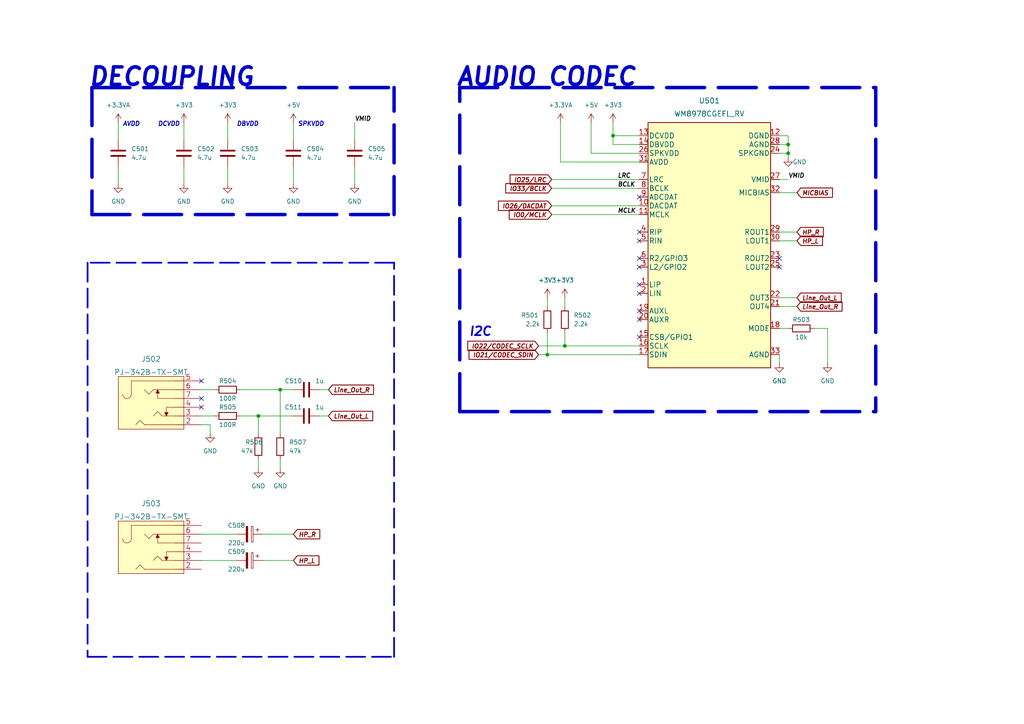
<source format=kicad_sch>
(kicad_sch (version 20211123) (generator eeschema)
  (paper "A4")
  (lib_symbols
    (symbol "MY AUDIO CODEC LIBRARY:WM8978CGEFL_RV" (pin_names (offset 0.254))
      (property "Reference" "U5" (at -15.24 39.37 0))
      (property "Value" "WM8978CGEFL_RV" (at -6.35 36.83 0))
      (symbol "WM8978CGEFL_RV_1_1"
        (rectangle (start -16.51 35.56) (end 19.05 -35.56) (stroke (width 0.254)) (fill (type background)))
        (pin unspecified line (at -19.05 -11.43 0) (length 2.54) (name "LIP") (number "1"))
        (pin input line (at -19.05 11.43 0) (length 2.54) (name "DACDAT") (number "10"))
        (pin input line (at -19.05 8.89 0) (length 2.54) (name "MCLK") (number "11"))
        (pin power_in line (at 21.59 31.75 180) (length 2.54) (name "DGND") (number "12"))
        (pin power_in line (at -19.05 31.75 0) (length 2.54) (name "DCVDD") (number "13"))
        (pin power_in line (at -19.05 29.21 0) (length 2.54) (name "DBVDD") (number "14"))
        (pin bidirectional line (at -19.05 -26.67 0) (length 2.54) (name "CSB/GPIO1") (number "15"))
        (pin input line (at -19.05 -29.21 0) (length 2.54) (name "SCLK") (number "16"))
        (pin bidirectional line (at -19.05 -31.75 0) (length 2.54) (name "SDIN") (number "17"))
        (pin input line (at 21.59 -24.13 180) (length 2.54) (name "MODE") (number "18"))
        (pin unspecified line (at -19.05 -19.05 0) (length 2.54) (name "AUXL") (number "19"))
        (pin unspecified line (at -19.05 -13.97 0) (length 2.54) (name "LIN") (number "2"))
        (pin unspecified line (at -19.05 -21.59 0) (length 2.54) (name "AUXR") (number "20"))
        (pin unspecified line (at 21.59 -17.78 180) (length 2.54) (name "OUT4") (number "21"))
        (pin unspecified line (at 21.59 -15.24 180) (length 2.54) (name "OUT3") (number "22"))
        (pin unspecified line (at 21.59 -3.81 180) (length 2.54) (name "ROUT2") (number "23"))
        (pin power_in line (at 21.59 26.67 180) (length 2.54) (name "SPKGND") (number "24"))
        (pin unspecified line (at 21.59 -6.35 180) (length 2.54) (name "LOUT2") (number "25"))
        (pin power_in line (at -19.05 26.67 0) (length 2.54) (name "SPKVDD") (number "26"))
        (pin unspecified line (at 21.59 19.05 180) (length 2.54) (name "VMID") (number "27"))
        (pin power_in line (at 21.59 29.21 180) (length 2.54) (name "AGND") (number "28"))
        (pin unspecified line (at 21.59 3.81 180) (length 2.54) (name "ROUT1") (number "29"))
        (pin unspecified line (at -19.05 -6.35 0) (length 2.54) (name "L2/GPIO2") (number "3"))
        (pin unspecified line (at 21.59 1.27 180) (length 2.54) (name "LOUT1") (number "30"))
        (pin power_in line (at -19.05 24.13 0) (length 2.54) (name "AVDD") (number "31"))
        (pin unspecified line (at 21.59 15.24 180) (length 2.54) (name "MICBIAS") (number "32"))
        (pin power_in line (at 21.59 -31.75 180) (length 2.54) (name "AGND") (number "33"))
        (pin unspecified line (at -19.05 3.81 0) (length 2.54) (name "RIP") (number "4"))
        (pin unspecified line (at -19.05 1.27 0) (length 2.54) (name "RIN") (number "5"))
        (pin unspecified line (at -19.05 -3.81 0) (length 2.54) (name "R2/GPIO3") (number "6"))
        (pin bidirectional line (at -19.05 19.05 0) (length 2.54) (name "LRC") (number "7"))
        (pin bidirectional line (at -19.05 16.51 0) (length 2.54) (name "BCLK") (number "8"))
        (pin output line (at -19.05 13.97 0) (length 2.54) (name "ADCDAT") (number "9"))
      )
    )
    (symbol "MY CAPACITOR LIBRARY:CL10A105KB8NNNC" (pin_numbers hide) (pin_names (offset 0.254))
      (property "Reference" "C5" (at 3.81 1.2701 0))
      (property "Value" "CL10A105KB8NNNC" (at 3.81 -1.2699 0))
      (symbol "CL10A105KB8NNNC_0_1"
        (polyline (pts (xy -2.032 -0.762) (xy 2.032 -0.762)) (stroke (width 0.508)))
        (polyline (pts (xy -2.032 0.762) (xy 2.032 0.762)) (stroke (width 0.508)))
      )
      (symbol "CL10A105KB8NNNC_1_1"
        (pin passive line (at 0 3.81 270) (length 2.794) (name "~") (number "1"))
        (pin passive line (at 0 -3.81 90) (length 2.794) (name "~") (number "2"))
      )
    )
    (symbol "MY CAPACITOR LIBRARY:CL10A475KO8NNNC" (pin_numbers hide) (pin_names (offset 0.254))
      (property "Reference" "C17" (at 3.81 1.2701 0))
      (property "Value" "CL10A475KO8NNNC" (at 3.81 -1.2699 0))
      (symbol "CL10A475KO8NNNC_0_1"
        (polyline (pts (xy -2.032 -0.762) (xy 2.032 -0.762)) (stroke (width 0.508)))
        (polyline (pts (xy -2.032 0.762) (xy 2.032 0.762)) (stroke (width 0.508)))
      )
      (symbol "CL10A475KO8NNNC_1_1"
        (pin passive line (at 0 3.81 270) (length 2.794) (name "~") (number "1"))
        (pin passive line (at 0 -3.81 90) (length 2.794) (name "~") (number "2"))
      )
    )
    (symbol "MY CAPACITOR LIBRARY:RVT1A221M0605" (pin_numbers hide) (pin_names (offset 0.254))
      (property "Reference" "C" (at 0.635 2.54 0))
      (property "Value" "RVT1A221M0605" (at 0.635 -2.54 0))
      (symbol "RVT1A221M0605_0_1"
        (rectangle (start -2.286 0.508) (end 2.286 1.016))
        (polyline (pts (xy -1.778 2.286) (xy -0.762 2.286)))
        (polyline (pts (xy -1.27 2.794) (xy -1.27 1.778)))
        (rectangle (start 2.286 -0.508) (end -2.286 -1.016) (fill (type outline)))
      )
      (symbol "RVT1A221M0605_1_1"
        (pin passive line (at 0 3.81 270) (length 2.794) (name "~") (number "1"))
        (pin passive line (at 0 -3.81 90) (length 2.794) (name "~") (number "2"))
      )
    )
    (symbol "MY RESISTOR LIBRARY:0603WAF1002T5E" (pin_numbers hide) (pin_names (offset 0))
      (property "Reference" "R" (at 2.032 0 90))
      (property "Value" "0603WAF1002T5E" (at 0 0 90))
      (symbol "0603WAF1002T5E_0_1"
        (rectangle (start -1.016 -2.54) (end 1.016 2.54) (stroke (width 0.254)))
      )
      (symbol "0603WAF1002T5E_1_1"
        (pin passive line (at 0 3.81 270) (length 1.27) (name "~") (number "1"))
        (pin passive line (at 0 -3.81 90) (length 1.27) (name "~") (number "2"))
      )
    )
    (symbol "MY RESISTOR LIBRARY:0603WAF2201T5E" (pin_numbers hide) (pin_names (offset 0))
      (property "Reference" "R" (at 2.032 0 90))
      (property "Value" "0603WAF2201T5E" (at 0 0 90))
      (symbol "0603WAF2201T5E_0_1"
        (rectangle (start -1.016 -2.54) (end 1.016 2.54) (stroke (width 0.254)))
      )
      (symbol "0603WAF2201T5E_1_1"
        (pin passive line (at 0 3.81 270) (length 1.27) (name "~") (number "1"))
        (pin passive line (at 0 -3.81 90) (length 1.27) (name "~") (number "2"))
      )
    )
    (symbol "MY RESISTOR LIBRARY:0603WAF4702T5E" (pin_numbers hide) (pin_names (offset 0))
      (property "Reference" "R" (at 2.032 0 90))
      (property "Value" "0603WAF4702T5E" (at 0 0 90))
      (symbol "0603WAF4702T5E_0_1"
        (rectangle (start -1.016 -2.54) (end 1.016 2.54) (stroke (width 0.254)))
      )
      (symbol "0603WAF4702T5E_1_1"
        (pin passive line (at 0 3.81 270) (length 1.27) (name "~") (number "1"))
        (pin passive line (at 0 -3.81 90) (length 1.27) (name "~") (number "2"))
      )
    )
    (symbol "MY RESISTOR LIBRARY:0805W8F1000T5E" (pin_numbers hide) (pin_names (offset 0))
      (property "Reference" "R" (at 2.032 0 90))
      (property "Value" "0805W8F1000T5E" (at 0 0 90))
      (symbol "0805W8F1000T5E_0_1"
        (rectangle (start -1.016 -2.54) (end 1.016 2.54) (stroke (width 0.254)))
      )
      (symbol "0805W8F1000T5E_1_1"
        (pin passive line (at 0 3.81 270) (length 1.27) (name "~") (number "1"))
        (pin passive line (at 0 -3.81 90) (length 1.27) (name "~") (number "2"))
      )
    )
    (symbol "PJ-342B-TX-SMT_1" (pin_names (offset -0.254) hide)
      (property "Reference" "J" (at -9.525 13.97 0))
      (property "Value" "PJ-342B-TX-SMT_1" (at -9.525 11.43 0))
      (symbol "PJ-342B-TX-SMT_1_0_1"
        (rectangle (start 8.89 -7.62) (end -10.16 7.62) (fill (type background)))
      )
      (symbol "PJ-342B-TX-SMT_1_1_1"
        (arc (start -8.89 2.54) (mid -7.62 1.27) (end -6.35 2.54) (stroke (width 0.127)))
        (polyline (pts (xy -6.35 6.35) (xy -6.35 2.54)) (stroke (width 0.127)))
        (polyline (pts (xy -3.81 -5.08) (xy -5.08 -6.35)) (stroke (width 0.127)))
        (polyline (pts (xy -2.54 -6.35) (xy -3.81 -5.08)) (stroke (width 0.127)))
        (polyline (pts (xy -1.27 2.54) (xy -2.54 3.81)) (stroke (width 0.127)))
        (polyline (pts (xy 0 3.81) (xy -1.27 2.54)) (stroke (width 0.127)))
        (polyline (pts (xy 1.27 -2.54) (xy 0 -3.81)) (stroke (width 0.127)))
        (polyline (pts (xy 1.27 1.27) (xy 6.35 1.27)) (stroke (width 0.127)))
        (polyline (pts (xy 1.27 2.794) (xy 1.27 1.27)) (stroke (width 0.127)))
        (polyline (pts (xy 2.54 -3.81) (xy 1.27 -2.54)) (stroke (width 0.127)))
        (polyline (pts (xy 3.81 -2.794) (xy 3.81 -1.27)) (stroke (width 0.127)))
        (polyline (pts (xy 3.81 -1.27) (xy 6.35 -1.27)) (stroke (width 0.127)))
        (polyline (pts (xy 6.35 -6.35) (xy -2.54 -6.35)) (stroke (width 0.127)))
        (polyline (pts (xy 6.35 -3.81) (xy 2.54 -3.81)) (stroke (width 0.127)))
        (polyline (pts (xy 6.35 3.81) (xy 0 3.81)) (stroke (width 0.127)))
        (polyline (pts (xy 6.35 6.35) (xy -6.35 6.35)) (stroke (width 0.127)))
        (polyline (pts (xy 1.27 3.81) (xy 0.762 2.794) (xy 1.778 2.794) (xy 1.27 3.81)) (fill (type outline)))
        (polyline (pts (xy 3.81 -3.81) (xy 4.318 -2.794) (xy 3.302 -2.794) (xy 3.81 -3.81)) (fill (type outline)))
        (pin passive line (at 13.97 -6.35 180) (length 7.62) (name "2") (number "2"))
        (pin passive line (at 13.97 -3.81 180) (length 7.62) (name "3") (number "3"))
        (pin passive line (at 13.97 -1.27 180) (length 7.62) (name "4") (number "4"))
        (pin passive line (at 13.97 6.35 180) (length 7.62) (name "5") (number "5"))
        (pin passive line (at 13.97 3.81 180) (length 7.62) (name "6") (number "6"))
        (pin passive line (at 13.97 1.27 180) (length 7.62) (name "7") (number "7"))
      )
    )
    (symbol "power:+3.3VA" (power) (pin_names (offset 0))
      (property "Value" "+3.3VA" (at 0 3.556 0))
      (symbol "+3.3VA_0_1"
        (polyline (pts (xy -0.762 1.27) (xy 0 2.54)))
        (polyline (pts (xy 0 0) (xy 0 2.54)))
        (polyline (pts (xy 0 2.54) (xy 0.762 1.27)))
      )
      (symbol "+3.3VA_1_1"
        (pin power_in line (at 0 0 90) (length 0) hide (name "+3.3VA") (number "1"))
      )
    )
    (symbol "power:+3V3" (power) (pin_names (offset 0))
      (property "Value" "+3V3" (at 0 3.556 0))
      (symbol "+3V3_0_1"
        (polyline (pts (xy -0.762 1.27) (xy 0 2.54)))
        (polyline (pts (xy 0 0) (xy 0 2.54)))
        (polyline (pts (xy 0 2.54) (xy 0.762 1.27)))
      )
      (symbol "+3V3_1_1"
        (pin power_in line (at 0 0 90) (length 0) hide (name "+3V3") (number "1"))
      )
    )
    (symbol "power:+5V" (power) (pin_names (offset 0))
      (property "Value" "+5V" (at 0 3.556 0))
      (symbol "+5V_0_1"
        (polyline (pts (xy -0.762 1.27) (xy 0 2.54)))
        (polyline (pts (xy 0 0) (xy 0 2.54)))
        (polyline (pts (xy 0 2.54) (xy 0.762 1.27)))
      )
      (symbol "+5V_1_1"
        (pin power_in line (at 0 0 90) (length 0) hide (name "+5V") (number "1"))
      )
    )
    (symbol "power:GND" (power) (pin_names (offset 0))
      (property "Value" "GND" (at 0 -3.81 0))
      (symbol "GND_0_1"
        (polyline (pts (xy 0 0) (xy 0 -1.27) (xy 1.27 -1.27) (xy 0 -2.54) (xy -1.27 -1.27) (xy 0 -1.27)))
      )
      (symbol "GND_1_1"
        (pin power_in line (at 0 0 270) (length 0) hide (name "GND") (number "1"))
      )
    )
  )
  (junction (at 228.6 41.91))
  (junction (at 74.93 120.65))
  (junction (at 158.75 102.87))
  (junction (at 81.28 113.03))
  (junction (at 163.83 100.33))
  (junction (at 228.6 44.45))
  (junction (at 177.8 39.37))
  (no_connect (at 185.42 57.15))
  (no_connect (at 58.42 118.11))
  (no_connect (at 58.42 115.57))
  (no_connect (at 185.42 90.17))
  (no_connect (at 185.42 92.71))
  (no_connect (at 185.42 97.79))
  (no_connect (at 58.42 110.49))
  (no_connect (at 185.42 74.93))
  (no_connect (at 185.42 77.47))
  (no_connect (at 226.06 74.93))
  (no_connect (at 226.06 77.47))
  (no_connect (at 185.42 69.85))
  (no_connect (at 185.42 67.31))
  (no_connect (at 185.42 82.55))
  (no_connect (at 185.42 85.09))
  (polyline (pts (xy 254 25.4) (xy 254 119.38)) (stroke (width 1)))
  (wire (pts (xy 171.45 35.56) (xy 171.45 44.45)))
  (polyline (pts (xy 26.67 25.4) (xy 26.67 62.23)) (stroke (width 1)))
  (wire (pts (xy 177.8 39.37) (xy 177.8 41.91)))
  (wire (pts (xy 66.04 48.26) (xy 66.04 53.34)))
  (wire (pts (xy 226.06 44.45) (xy 228.6 44.45)))
  (wire (pts (xy 58.42 113.03) (xy 62.23 113.03)))
  (wire (pts (xy 74.93 120.65) (xy 74.93 125.73)))
  (wire (pts (xy 160.02 54.61) (xy 185.42 54.61)))
  (wire (pts (xy 228.6 44.45) (xy 228.6 45.72)))
  (wire (pts (xy 226.06 102.87) (xy 226.06 105.41)))
  (wire (pts (xy 177.8 39.37) (xy 185.42 39.37)))
  (polyline (pts (xy 114.3 190.5) (xy 114.3 76.2)) (stroke (width 0.5)))
  (wire (pts (xy 240.03 95.25) (xy 240.03 105.41)))
  (wire (pts (xy 226.06 88.9) (xy 231.14 88.9)))
  (polyline (pts (xy 114.3 76.2) (xy 25.4 76.2)) (stroke (width 0.5)))
  (polyline (pts (xy 26.67 25.4) (xy 114.3 25.4)) (stroke (width 1)))
  (wire (pts (xy 226.06 55.88) (xy 231.14 55.88)))
  (wire (pts (xy 53.34 48.26) (xy 53.34 53.34)))
  (polyline (pts (xy 133.35 119.38) (xy 133.35 25.4)) (stroke (width 1)))
  (wire (pts (xy 158.75 102.87) (xy 185.42 102.87)))
  (wire (pts (xy 160.02 52.07) (xy 185.42 52.07)))
  (polyline (pts (xy 133.35 25.4) (xy 254 25.4)) (stroke (width 1)))
  (wire (pts (xy 53.34 35.56) (xy 53.34 40.64)))
  (wire (pts (xy 58.42 120.65) (xy 62.23 120.65)))
  (wire (pts (xy 85.09 120.65) (xy 74.93 120.65)))
  (wire (pts (xy 34.29 48.26) (xy 34.29 53.34)))
  (wire (pts (xy 177.8 41.91) (xy 185.42 41.91)))
  (wire (pts (xy 76.2 162.56) (xy 85.09 162.56)))
  (wire (pts (xy 102.87 35.56) (xy 102.87 40.64)))
  (wire (pts (xy 66.04 35.56) (xy 66.04 40.64)))
  (polyline (pts (xy 25.4 190.5) (xy 114.3 190.5)) (stroke (width 0.5)))
  (wire (pts (xy 185.42 44.45) (xy 171.45 44.45)))
  (wire (pts (xy 163.83 86.36) (xy 163.83 88.9)))
  (wire (pts (xy 226.06 86.36) (xy 231.14 86.36)))
  (wire (pts (xy 85.09 48.26) (xy 85.09 53.34)))
  (wire (pts (xy 162.56 35.56) (xy 162.56 46.99)))
  (wire (pts (xy 226.06 41.91) (xy 228.6 41.91)))
  (wire (pts (xy 81.28 133.35) (xy 81.28 135.89)))
  (wire (pts (xy 81.28 125.73) (xy 81.28 113.03)))
  (wire (pts (xy 69.85 113.03) (xy 81.28 113.03)))
  (wire (pts (xy 85.09 35.56) (xy 85.09 40.64)))
  (wire (pts (xy 58.42 162.56) (xy 68.58 162.56)))
  (wire (pts (xy 228.6 41.91) (xy 228.6 44.45)))
  (wire (pts (xy 92.71 113.03) (xy 95.25 113.03)))
  (polyline (pts (xy 133.35 119.38) (xy 254 119.38)) (stroke (width 1)))
  (wire (pts (xy 158.75 86.36) (xy 158.75 88.9)))
  (wire (pts (xy 156.21 102.87) (xy 158.75 102.87)))
  (wire (pts (xy 163.83 100.33) (xy 185.42 100.33)))
  (wire (pts (xy 60.96 125.73) (xy 60.96 123.19)))
  (wire (pts (xy 60.96 123.19) (xy 58.42 123.19)))
  (wire (pts (xy 58.42 154.94) (xy 68.58 154.94)))
  (wire (pts (xy 81.28 113.03) (xy 85.09 113.03)))
  (polyline (pts (xy 25.4 76.2) (xy 25.4 190.5)) (stroke (width 0.5)))
  (wire (pts (xy 102.87 48.26) (xy 102.87 53.34)))
  (wire (pts (xy 226.06 69.85) (xy 231.14 69.85)))
  (polyline (pts (xy 26.67 62.23) (xy 114.3 62.23)) (stroke (width 1)))
  (wire (pts (xy 236.22 95.25) (xy 240.03 95.25)))
  (wire (pts (xy 160.02 62.23) (xy 185.42 62.23)))
  (wire (pts (xy 76.2 154.94) (xy 85.09 154.94)))
  (wire (pts (xy 158.75 102.87) (xy 158.75 96.52)))
  (wire (pts (xy 177.8 35.56) (xy 177.8 39.37)))
  (wire (pts (xy 162.56 46.99) (xy 185.42 46.99)))
  (wire (pts (xy 226.06 52.07) (xy 228.6 52.07)))
  (polyline (pts (xy 114.3 62.23) (xy 114.3 25.4)) (stroke (width 1)))
  (wire (pts (xy 74.93 133.35) (xy 74.93 135.89)))
  (wire (pts (xy 160.02 59.69) (xy 185.42 59.69)))
  (wire (pts (xy 156.21 100.33) (xy 163.83 100.33)))
  (wire (pts (xy 92.71 120.65) (xy 95.25 120.65)))
  (wire (pts (xy 69.85 120.65) (xy 74.93 120.65)))
  (wire (pts (xy 228.6 39.37) (xy 228.6 41.91)))
  (wire (pts (xy 226.06 67.31) (xy 231.14 67.31)))
  (wire (pts (xy 226.06 95.25) (xy 228.6 95.25)))
  (wire (pts (xy 226.06 39.37) (xy 228.6 39.37)))
  (wire (pts (xy 34.29 35.56) (xy 34.29 40.64)))
  (wire (pts (xy 163.83 100.33) (xy 163.83 96.52)))
  (text "AUDIO CODEC" (at 132.08 25.4 0) (effects (font (size 5.08 5.08) bold italic) (justify left bottom)))
  (text "AVDD" (at 35.56 36.83 0) (effects (font (size 1.27 1.27) bold italic) (justify left bottom)))
  (text "DBVDD" (at 68.58 36.83 0) (effects (font (size 1.27 1.27) bold italic) (justify left bottom)))
  (text "DECOUPLING" (at 25.4 25.4 0) (effects (font (size 5.08 5.08) bold italic) (justify left bottom)))
  (text "I2C" (at 135.89 97.79 0) (effects (font (size 2.54 2.54) bold italic) (justify left bottom)))
  (text "SPKVDD" (at 86.36 36.83 0) (effects (font (size 1.27 1.27) bold italic) (justify left bottom)))
  (text "DCVDD" (at 45.72 36.83 0) (effects (font (size 1.27 1.27) bold italic) (justify left bottom)))
  (label "VMID" (at 228.6 52.07 0) (effects (font bold italic)))
  (label "VMID" (at 102.87 35.56 0) (effects (font bold italic)))
  (label "BCLK" (at 179.07 54.61 0) (effects (font (thickness 0.254) bold italic)))
  (label "MCLK" (at 179.07 62.23 0) (effects (font bold italic)))
  (label "LRC" (at 179.07 52.07 0) (effects (font (thickness 0.254) bold italic)))
  (global_label "HP_L" (shape input) (at 231.14 69.85 0) (effects (font bold italic)) (property "Intersheet References" "${INTERSHEET_REFS}" (effects hide)))
  (global_label "HP_R" (shape input) (at 231.14 67.31 0) (effects (font bold italic)) (property "Intersheet References" "${INTERSHEET_REFS}" (effects hide)))
  (global_label "Line_Out_L" (shape input) (at 95.25 120.65 0) (effects (font bold italic)) (property "Intersheet References" "${INTERSHEET_REFS}" (effects hide)))
  (global_label "IO21{slash}CODEC_SDIN" (shape input) (at 156.21 102.87 180) (effects (font bold italic)) (property "Intersheet References" "${INTERSHEET_REFS}" (effects hide)))
  (global_label "Line_Out_L" (shape input) (at 231.14 86.36 0) (effects (font bold italic)) (property "Intersheet References" "${INTERSHEET_REFS}" (effects hide)))
  (global_label "MICBIAS" (shape input) (at 231.14 55.88 0) (effects (font bold italic)) (property "Intersheet References" "${INTERSHEET_REFS}" (effects hide)))
  (global_label "IO0{slash}MCLK" (shape input) (at 160.02 62.23 180) (effects (font (thickness 0.254) bold italic)) (property "Intersheet References" "${INTERSHEET_REFS}" (effects hide)))
  (global_label "Line_Out_R" (shape input) (at 231.14 88.9 0) (effects (font (thickness 0.254) bold italic)) (property "Intersheet References" "${INTERSHEET_REFS}" (effects hide)))
  (global_label "IO22{slash}CODEC_SCLK" (shape input) (at 156.21 100.33 180) (effects (font bold italic)) (property "Intersheet References" "${INTERSHEET_REFS}" (effects hide)))
  (global_label "IO26{slash}DACDAT" (shape input) (at 160.02 59.69 180) (effects (font (thickness 0.254) bold italic)) (property "Intersheet References" "${INTERSHEET_REFS}" (effects hide)))
  (global_label "HP_L" (shape input) (at 85.09 162.56 0) (effects (font bold italic)) (property "Intersheet References" "${INTERSHEET_REFS}" (effects hide)))
  (global_label "IO25{slash}LRC" (shape input) (at 160.02 52.07 180) (effects (font (thickness 0.254) bold italic)) (property "Intersheet References" "${INTERSHEET_REFS}" (effects hide)))
  (global_label "Line_Out_R" (shape input) (at 95.25 113.03 0) (effects (font (thickness 0.254) bold italic)) (property "Intersheet References" "${INTERSHEET_REFS}" (effects hide)))
  (global_label "HP_R" (shape input) (at 85.09 154.94 0) (effects (font bold italic)) (property "Intersheet References" "${INTERSHEET_REFS}" (effects hide)))
  (global_label "IO33{slash}BCLK" (shape input) (at 160.02 54.61 180) (effects (font bold italic)) (property "Intersheet References" "${INTERSHEET_REFS}" (effects hide)))
  (symbol (lib_id "power:+3.3VA") (at 34.29 35.56 0) (unit 1)
    (property "Reference" "#PWR0135" (effects hide))
    (property "Value" "+3.3VA" (at 34.29 30.48 0))
  )
  (symbol (lib_id "power:GND") (at 53.34 53.34 0) (unit 1)
    (property "Reference" "#PWR0138" (effects hide))
    (property "Value" "GND" (at 53.34 58.42 0))
  )
  (symbol (lib_id "power:GND") (at 85.09 53.34 0) (unit 1)
    (property "Reference" "#PWR0136" (effects hide))
    (property "Value" "GND" (at 85.09 58.42 0))
  )
  (symbol (lib_id "MY CAPACITOR LIBRARY:CL10A475KO8NNNC") (at 53.34 44.45 0) (unit 1)
    (property "Reference" "C502" (at 57.15 43.1799 0) (effects (justify left)))
    (property "Value" "4.7u" (at 57.15 45.7199 0) (effects (justify left)))
    (property "Footprint" "MY CAPACITOR LIBRARY:CL10A475KO8NNNC_0603" (effects hide))
  )
  (symbol (lib_id "MY CAPACITOR LIBRARY:CL10A475KO8NNNC") (at 85.09 44.45 0) (unit 1)
    (property "Reference" "C504" (at 88.9 43.1799 0) (effects (justify left)))
    (property "Value" "4.7u" (at 88.9 45.7199 0) (effects (justify left)))
    (property "Footprint" "MY CAPACITOR LIBRARY:CL10A475KO8NNNC_0603" (effects hide))
  )
  (symbol (lib_id "MY RESISTOR LIBRARY:0805W8F1000T5E") (at 66.04 113.03 90) (unit 1)
    (property "Reference" "R504" (at 66.04 110.49 90))
    (property "Value" "100R" (at 66.04 115.57 90))
    (property "Footprint" "MY RESISTOR LIBRARY:0805W8F1000T5E" (effects hide))
  )
  (symbol (lib_id "MY CAPACITOR LIBRARY:RVT1A221M0605") (at 72.39 154.94 270) (unit 1)
    (property "Reference" "C508" (at 68.58 152.4 90))
    (property "Value" "220u" (at 68.58 157.48 90))
    (property "Footprint" "MY CAPACITOR LIBRARY:RVT1A221M0605" (effects hide))
  )
  (symbol (lib_id "power:GND") (at 226.06 105.41 0) (unit 1)
    (property "Reference" "#PWR0143" (effects hide))
    (property "Value" "GND" (at 226.06 110.49 0))
  )
  (symbol (lib_id "power:+5V") (at 171.45 35.56 0) (unit 1)
    (property "Reference" "#PWR0146" (effects hide))
    (property "Value" "+5V" (at 171.45 30.48 0))
  )
  (symbol (lib_id "MY RESISTOR LIBRARY:0603WAF4702T5E") (at 81.28 129.54 0) (unit 1)
    (property "Reference" "R507" (at 83.82 128.2699 0) (effects (justify left)))
    (property "Value" "47k" (at 83.82 130.8099 0) (effects (justify left)))
    (property "Footprint" "MY RESISTOR LIBRARY:0603WAF4702T5E" (effects hide))
  )
  (symbol (lib_id "power:GND") (at 34.29 53.34 0) (unit 1)
    (property "Reference" "#PWR0140" (effects hide))
    (property "Value" "GND" (at 34.29 58.42 0))
  )
  (symbol (lib_id "MY CAPACITOR LIBRARY:CL10A105KB8NNNC") (at 88.9 113.03 90) (unit 1)
    (property "Reference" "C510" (at 85.09 110.49 90))
    (property "Value" "1u" (at 92.71 110.49 90))
    (property "Footprint" "MY CAPACITOR LIBRARY:CL10A105KB8NNNC_0603" (effects hide))
  )
  (symbol (lib_id "MY CAPACITOR LIBRARY:CL10A475KO8NNNC") (at 34.29 44.45 0) (unit 1)
    (property "Reference" "C501" (at 38.1 43.1799 0) (effects (justify left)))
    (property "Value" "4.7u" (at 38.1 45.7199 0) (effects (justify left)))
    (property "Footprint" "MY CAPACITOR LIBRARY:CL10A475KO8NNNC_0603" (effects hide))
  )
  (symbol (lib_id "MY RESISTOR LIBRARY:0603WAF4702T5E") (at 74.93 129.54 0) (unit 1)
    (property "Reference" "R506" (at 71.12 128.27 0) (effects (justify left)))
    (property "Value" "47k" (at 69.85 130.81 0) (effects (justify left)))
    (property "Footprint" "MY RESISTOR LIBRARY:0603WAF4702T5E" (effects hide))
  )
  (symbol (lib_id "power:+3V3") (at 53.34 35.56 0) (unit 1)
    (property "Reference" "#PWR0155" (effects hide))
    (property "Value" "+3V3" (at 53.34 30.48 0))
  )
  (symbol (lib_id "power:GND") (at 228.6 45.72 0) (unit 1)
    (property "Reference" "#PWR0142" (effects hide))
    (property "Value" "GND" (at 229.87 46.99 0) (effects (justify left)))
  )
  (symbol (lib_id "power:+3.3VA") (at 162.56 35.56 0) (unit 1)
    (property "Reference" "#PWR0145" (effects hide))
    (property "Value" "+3.3VA" (at 162.56 30.48 0))
  )
  (symbol (lib_name "PJ-342B-TX-SMT_1") (lib_id "MY CONNECTOR LIBRARY:PJ-342B-TX-SMT") (at 44.45 116.84 0) (unit 1)
    (property "Reference" "J502" (at 43.815 104.14 0) (effects (font (size 1.524 1.524))))
    (property "Value" "PJ-342B-TX-SMT" (at 43.815 107.95 0) (effects (font (size 1.524 1.524))))
    (property "Footprint" "MY CONNECTOR LIBRARY:PJ-342B-TX-SMT" (effects hide))
  )
  (symbol (lib_id "MY RESISTOR LIBRARY:0603WAF2201T5E") (at 158.75 92.71 0) (unit 1)
    (property "Reference" "R501" (at 151.13 91.44 0) (effects (justify left)))
    (property "Value" "2.2k" (at 152.4 93.98 0) (effects (justify left)))
    (property "Footprint" "MY RESISTOR LIBRARY:0603WAF2201T5E" (effects hide))
  )
  (symbol (lib_id "MY CAPACITOR LIBRARY:CL10A475KO8NNNC") (at 66.04 44.45 0) (unit 1)
    (property "Reference" "C503" (at 69.85 43.1799 0) (effects (justify left)))
    (property "Value" "4.7u" (at 69.85 45.7199 0) (effects (justify left)))
    (property "Footprint" "MY CAPACITOR LIBRARY:CL10A475KO8NNNC_0603" (effects hide))
  )
  (symbol (lib_name "PJ-342B-TX-SMT_1") (lib_id "MY CONNECTOR LIBRARY:PJ-342B-TX-SMT") (at 44.45 158.75 0) (unit 1)
    (property "Reference" "J503" (at 43.815 146.05 0) (effects (font (size 1.524 1.524))))
    (property "Value" "PJ-342B-TX-SMT" (at 43.815 149.86 0) (effects (font (size 1.524 1.524))))
    (property "Footprint" "MY CONNECTOR LIBRARY:PJ-342B-TX-SMT" (effects hide))
  )
  (symbol (lib_id "MY CAPACITOR LIBRARY:RVT1A221M0605") (at 72.39 162.56 270) (unit 1)
    (property "Reference" "C509" (at 68.58 160.02 90))
    (property "Value" "220u" (at 68.58 165.1 90))
    (property "Footprint" "MY CAPACITOR LIBRARY:RVT1A221M0605" (effects hide))
  )
  (symbol (lib_id "power:+3V3") (at 163.83 86.36 0) (unit 1)
    (property "Reference" "#PWR0133" (effects hide))
    (property "Value" "+3V3" (at 163.83 81.28 0))
  )
  (symbol (lib_id "power:GND") (at 240.03 105.41 0) (unit 1)
    (property "Reference" "#PWR0141" (effects hide))
    (property "Value" "GND" (at 240.03 110.49 0))
  )
  (symbol (lib_id "power:GND") (at 81.28 135.89 0) (unit 1)
    (property "Reference" "#PWR0504" (effects hide))
    (property "Value" "GND" (at 81.28 140.97 0))
  )
  (symbol (lib_id "MY RESISTOR LIBRARY:0805W8F1000T5E") (at 66.04 120.65 90) (unit 1)
    (property "Reference" "R505" (at 66.04 118.11 90))
    (property "Value" "100R" (at 66.04 123.19 90))
    (property "Footprint" "MY RESISTOR LIBRARY:0805W8F1000T5E" (effects hide))
  )
  (symbol (lib_id "MY AUDIO CODEC LIBRARY:WM8978CGEFL_RV") (at 204.47 71.12 0) (unit 1)
    (property "Reference" "U501" (at 205.74 29.21 0) (effects (font (size 1.524 1.524))))
    (property "Value" "WM8978CGEFL_RV" (at 205.74 33.02 0) (effects (font (size 1.524 1.524))))
    (property "Footprint" "MY AUDIO CODEC LIBRARY:WM8978CGEFL_RV_WQFN-32" (effects hide))
  )
  (symbol (lib_id "power:GND") (at 102.87 53.34 0) (unit 1)
    (property "Reference" "#PWR0139" (effects hide))
    (property "Value" "GND" (at 102.87 58.42 0))
  )
  (symbol (lib_id "MY CAPACITOR LIBRARY:CL10A105KB8NNNC") (at 88.9 120.65 90) (unit 1)
    (property "Reference" "C511" (at 85.09 118.11 90))
    (property "Value" "1u" (at 92.71 118.11 90))
    (property "Footprint" "MY CAPACITOR LIBRARY:CL10A105KB8NNNC_0603" (effects hide))
  )
  (symbol (lib_id "MY RESISTOR LIBRARY:0603WAF2201T5E") (at 163.83 92.71 0) (unit 1)
    (property "Reference" "R502" (at 166.37 91.4399 0) (effects (justify left)))
    (property "Value" "2.2k" (at 166.37 93.9799 0) (effects (justify left)))
    (property "Footprint" "MY RESISTOR LIBRARY:0603WAF2201T5E" (effects hide))
  )
  (symbol (lib_id "power:+3V3") (at 177.8 35.56 0) (unit 1)
    (property "Reference" "#PWR0144" (effects hide))
    (property "Value" "+3V3" (at 177.8 30.48 0))
  )
  (symbol (lib_id "power:GND") (at 66.04 53.34 0) (unit 1)
    (property "Reference" "#PWR0156" (effects hide))
    (property "Value" "GND" (at 66.04 58.42 0))
  )
  (symbol (lib_id "power:GND") (at 74.93 135.89 0) (unit 1)
    (property "Reference" "#PWR0503" (effects hide))
    (property "Value" "GND" (at 74.93 140.97 0))
  )
  (symbol (lib_id "power:GND") (at 60.96 125.73 0) (unit 1)
    (property "Reference" "#PWR0502" (effects hide))
    (property "Value" "GND" (at 60.96 130.81 0))
  )
  (symbol (lib_id "power:+5V") (at 85.09 35.56 0) (unit 1)
    (property "Reference" "#PWR0137" (effects hide))
    (property "Value" "+5V" (at 85.09 30.48 0))
  )
  (symbol (lib_id "power:+3V3") (at 66.04 35.56 0) (unit 1)
    (property "Reference" "#PWR0134" (effects hide))
    (property "Value" "+3V3" (at 66.04 30.48 0))
  )
  (symbol (lib_id "MY RESISTOR LIBRARY:0603WAF1002T5E") (at 232.41 95.25 90) (unit 1)
    (property "Reference" "R503" (at 232.41 92.71 90))
    (property "Value" "10k" (at 232.41 97.79 90))
    (property "Footprint" "MY RESISTOR LIBRARY:0603WAF1002T5E" (effects hide))
  )
  (symbol (lib_id "MY CAPACITOR LIBRARY:CL10A475KO8NNNC") (at 102.87 44.45 0) (unit 1)
    (property "Reference" "C505" (at 106.68 43.1799 0) (effects (justify left)))
    (property "Value" "4.7u" (at 106.68 45.7199 0) (effects (justify left)))
    (property "Footprint" "MY CAPACITOR LIBRARY:CL10A475KO8NNNC_0603" (effects hide))
  )
  (symbol (lib_id "power:+3V3") (at 158.75 86.36 0) (unit 1)
    (property "Reference" "#PWR0132" (effects hide))
    (property "Value" "+3V3" (at 158.75 81.28 0))
  )
)
</source>
